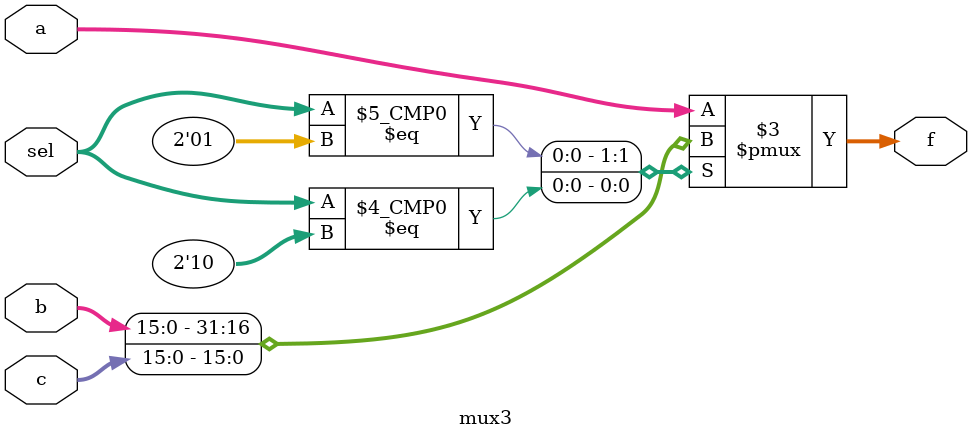
<source format=sv>
module mux3 #(parameter width = 16)
(
	input [1:0] sel, 
	input [width-1:0] a, b, c,
	output logic [width-1:0] f
);

always_comb
begin
	case(sel)
		2'b00: begin
			f = a;
		end
		
		2'b01: begin
			f = b;
		end
		
		2'b10: begin
			f = c;
		end		
		
		default: f=a;
	endcase
end

endmodule : mux3
</source>
